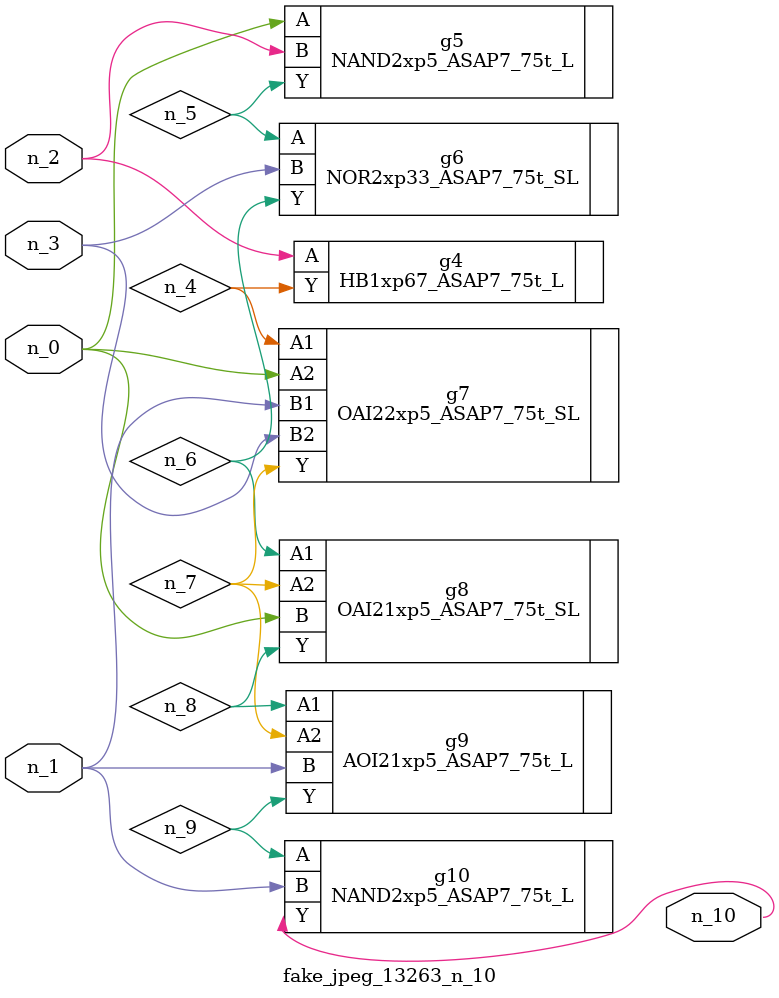
<source format=v>
module fake_jpeg_13263_n_10 (n_0, n_3, n_2, n_1, n_10);

input n_0;
input n_3;
input n_2;
input n_1;

output n_10;

wire n_4;
wire n_8;
wire n_9;
wire n_6;
wire n_5;
wire n_7;

HB1xp67_ASAP7_75t_L g4 ( 
.A(n_2),
.Y(n_4)
);

NAND2xp5_ASAP7_75t_L g5 ( 
.A(n_0),
.B(n_2),
.Y(n_5)
);

NOR2xp33_ASAP7_75t_SL g6 ( 
.A(n_5),
.B(n_3),
.Y(n_6)
);

OAI21xp5_ASAP7_75t_SL g8 ( 
.A1(n_6),
.A2(n_7),
.B(n_0),
.Y(n_8)
);

OAI22xp5_ASAP7_75t_SL g7 ( 
.A1(n_4),
.A2(n_0),
.B1(n_1),
.B2(n_3),
.Y(n_7)
);

AOI21xp5_ASAP7_75t_L g9 ( 
.A1(n_8),
.A2(n_7),
.B(n_1),
.Y(n_9)
);

NAND2xp5_ASAP7_75t_L g10 ( 
.A(n_9),
.B(n_1),
.Y(n_10)
);


endmodule
</source>
